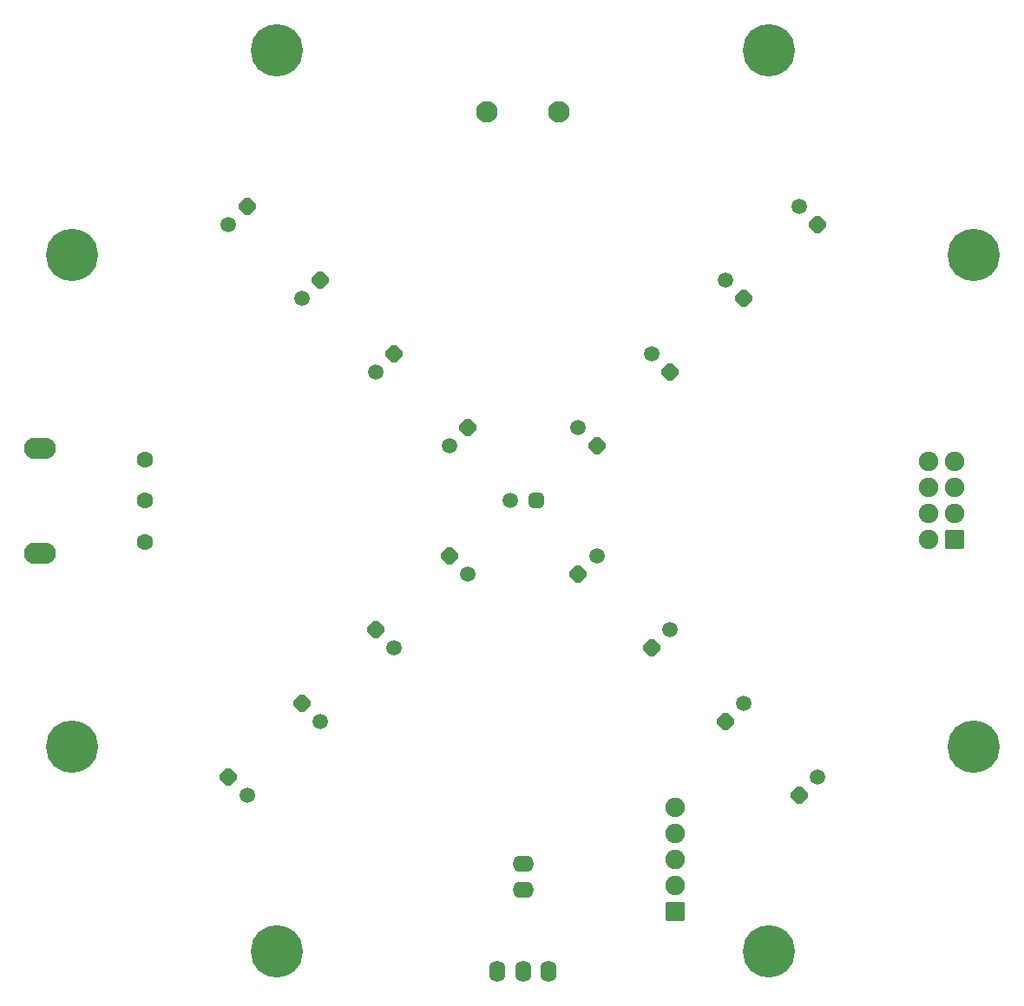
<source format=gbr>
%TF.GenerationSoftware,Altium Limited,Altium Designer,20.1.8 (145)*%
G04 Layer_Color=8388736*
%FSLAX45Y45*%
%MOMM*%
%TF.SameCoordinates,71AC3D83-D9DD-4B8C-8FBF-A9C29C1C1930*%
%TF.FilePolarity,Negative*%
%TF.FileFunction,Soldermask,Top*%
%TF.Part,Single*%
G01*
G75*
%TA.AperFunction,ComponentPad*%
%ADD20C,1.50000*%
G04:AMPARAMS|DCode=66|XSize=1.9mm|YSize=1.9mm|CornerRadius=0.95mm|HoleSize=0mm|Usage=FLASHONLY|Rotation=90.000|XOffset=0mm|YOffset=0mm|HoleType=Round|Shape=RoundedRectangle|*
%AMROUNDEDRECTD66*
21,1,1.90000,0.00000,0,0,90.0*
21,1,0.00000,1.90000,0,0,90.0*
1,1,1.90000,0.00000,0.00000*
1,1,1.90000,0.00000,0.00000*
1,1,1.90000,0.00000,0.00000*
1,1,1.90000,0.00000,0.00000*
%
%ADD66ROUNDEDRECTD66*%
G04:AMPARAMS|DCode=67|XSize=1.9mm|YSize=1.9mm|CornerRadius=0.23mm|HoleSize=0mm|Usage=FLASHONLY|Rotation=90.000|XOffset=0mm|YOffset=0mm|HoleType=Round|Shape=RoundedRectangle|*
%AMROUNDEDRECTD67*
21,1,1.90000,1.44000,0,0,90.0*
21,1,1.44000,1.90000,0,0,90.0*
1,1,0.46000,0.72000,0.72000*
1,1,0.46000,0.72000,-0.72000*
1,1,0.46000,-0.72000,-0.72000*
1,1,0.46000,-0.72000,0.72000*
%
%ADD67ROUNDEDRECTD67*%
%ADD68O,2.10000X1.60000*%
%ADD69C,2.10000*%
G04:AMPARAMS|DCode=70|XSize=1.6mm|YSize=2.1mm|CornerRadius=0.8mm|HoleSize=0mm|Usage=FLASHONLY|Rotation=180.000|XOffset=0mm|YOffset=0mm|HoleType=Round|Shape=RoundedRectangle|*
%AMROUNDEDRECTD70*
21,1,1.60000,0.50000,0,0,180.0*
21,1,0.00000,2.10000,0,0,180.0*
1,1,1.60000,0.00000,0.25000*
1,1,1.60000,0.00000,0.25000*
1,1,1.60000,0.00000,-0.25000*
1,1,1.60000,0.00000,-0.25000*
%
%ADD70ROUNDEDRECTD70*%
%ADD71O,3.10000X2.10000*%
%ADD72C,1.60000*%
%TA.AperFunction,ViaPad*%
%ADD73C,5.10000*%
%TA.AperFunction,ComponentPad*%
G04:AMPARAMS|DCode=74|XSize=1.5mm|YSize=1.5mm|CornerRadius=0.4mm|HoleSize=0mm|Usage=FLASHONLY|Rotation=315.000|XOffset=0mm|YOffset=0mm|HoleType=Round|Shape=RoundedRectangle|*
%AMROUNDEDRECTD74*
21,1,1.50000,0.70000,0,0,315.0*
21,1,0.70000,1.50000,0,0,315.0*
1,1,0.80000,0.00000,-0.49498*
1,1,0.80000,-0.49498,0.00000*
1,1,0.80000,0.00000,0.49498*
1,1,0.80000,0.49498,0.00000*
%
%ADD74ROUNDEDRECTD74*%
G04:AMPARAMS|DCode=75|XSize=1.5mm|YSize=1.5mm|CornerRadius=0.4mm|HoleSize=0mm|Usage=FLASHONLY|Rotation=90.000|XOffset=0mm|YOffset=0mm|HoleType=Round|Shape=RoundedRectangle|*
%AMROUNDEDRECTD75*
21,1,1.50000,0.70000,0,0,90.0*
21,1,0.70000,1.50000,0,0,90.0*
1,1,0.80000,0.35000,0.35000*
1,1,0.80000,0.35000,-0.35000*
1,1,0.80000,-0.35000,-0.35000*
1,1,0.80000,-0.35000,0.35000*
%
%ADD75ROUNDEDRECTD75*%
G04:AMPARAMS|DCode=76|XSize=1.5mm|YSize=1.5mm|CornerRadius=0.4mm|HoleSize=0mm|Usage=FLASHONLY|Rotation=45.000|XOffset=0mm|YOffset=0mm|HoleType=Round|Shape=RoundedRectangle|*
%AMROUNDEDRECTD76*
21,1,1.50000,0.70000,0,0,45.0*
21,1,0.70000,1.50000,0,0,45.0*
1,1,0.80000,0.49498,0.00000*
1,1,0.80000,0.00000,-0.49498*
1,1,0.80000,-0.49498,0.00000*
1,1,0.80000,0.00000,0.49498*
%
%ADD76ROUNDEDRECTD76*%
D20*
X2873682Y-2694077D02*
D03*
X2155261Y-1975656D02*
D03*
X1436841Y-1257236D02*
D03*
X718420Y-538816D02*
D03*
X-127000Y0D02*
D03*
X2694077Y2873682D02*
D03*
X1975656Y2155261D02*
D03*
X538816Y718420D02*
D03*
X1257236Y1436841D02*
D03*
X-718420Y538816D02*
D03*
X-2873682Y2694077D02*
D03*
X-2155261Y1975656D02*
D03*
X-1436841Y1257236D02*
D03*
X-2694077Y-2873682D02*
D03*
X-1975656Y-2155261D02*
D03*
X-538816Y-718420D02*
D03*
X-1257236Y-1436841D02*
D03*
D66*
X1485347Y-2995913D02*
D03*
Y-3249913D02*
D03*
Y-3503913D02*
D03*
Y-3757913D02*
D03*
X4211201Y-127000D02*
D03*
Y127000D02*
D03*
Y381000D02*
D03*
X3957201Y-381000D02*
D03*
Y-127000D02*
D03*
Y127000D02*
D03*
Y381000D02*
D03*
D67*
X1485347Y-4011913D02*
D03*
X4211201Y-381000D02*
D03*
D68*
X0Y-3794310D02*
D03*
Y-3540310D02*
D03*
D69*
X-350000Y3800000D02*
D03*
X350000D02*
D03*
D70*
X-250000Y-4593351D02*
D03*
X0D02*
D03*
X250000D02*
D03*
D71*
X-4710139Y-510000D02*
D03*
Y510000D02*
D03*
D72*
X-3690139Y400000D02*
D03*
Y0D02*
D03*
Y-400000D02*
D03*
D73*
X2400000Y-4400000D02*
D03*
X-2400000D02*
D03*
X4400000Y-2400000D02*
D03*
Y2400000D02*
D03*
X-4400000Y-2400000D02*
D03*
Y2400000D02*
D03*
X-2400000Y4400000D02*
D03*
X2400000D02*
D03*
D74*
X2694077Y-2873682D02*
D03*
X1975656Y-2155261D02*
D03*
X1257236Y-1436841D02*
D03*
X538816Y-718420D02*
D03*
X-538816Y718420D02*
D03*
X-2694077Y2873682D02*
D03*
X-1975656Y2155261D02*
D03*
X-1257236Y1436841D02*
D03*
D75*
X127000Y0D02*
D03*
D76*
X2873682Y2694077D02*
D03*
X2155261Y1975656D02*
D03*
X718420Y538816D02*
D03*
X1436841Y1257236D02*
D03*
X-2873682Y-2694077D02*
D03*
X-2155261Y-1975656D02*
D03*
X-718420Y-538816D02*
D03*
X-1436841Y-1257236D02*
D03*
%TF.MD5,6e91642e362b5ed3782678ea38259c18*%
M02*

</source>
